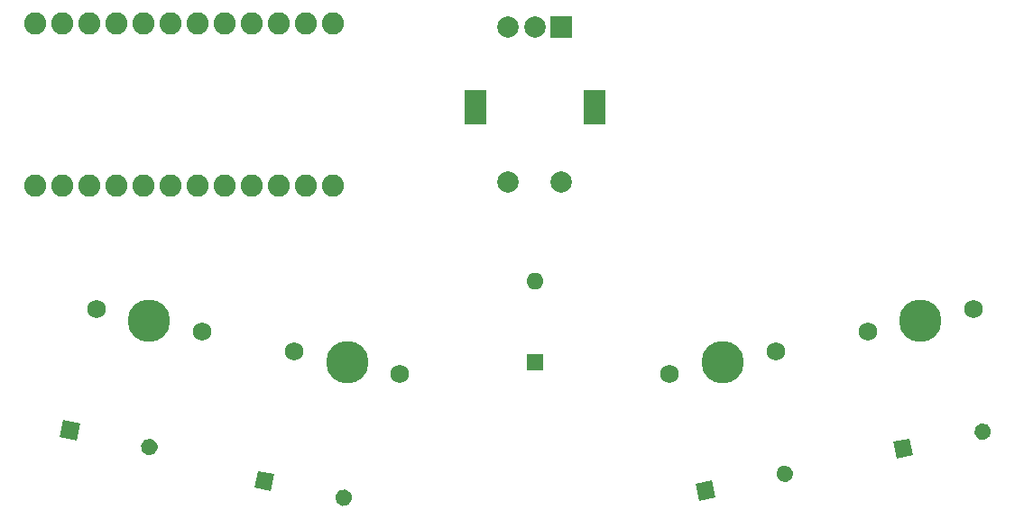
<source format=gts>
G04 #@! TF.GenerationSoftware,KiCad,Pcbnew,(5.1.9)-1*
G04 #@! TF.CreationDate,2021-01-29T11:50:50-08:00*
G04 #@! TF.ProjectId,foursu-pcb,666f7572-7375-42d7-9063-622e6b696361,rev?*
G04 #@! TF.SameCoordinates,Original*
G04 #@! TF.FileFunction,Soldermask,Top*
G04 #@! TF.FilePolarity,Negative*
%FSLAX46Y46*%
G04 Gerber Fmt 4.6, Leading zero omitted, Abs format (unit mm)*
G04 Created by KiCad (PCBNEW (5.1.9)-1) date 2021-01-29 11:50:50*
%MOMM*%
%LPD*%
G01*
G04 APERTURE LIST*
%ADD10R,2.000000X2.000000*%
%ADD11C,2.000000*%
%ADD12R,2.000000X3.200000*%
%ADD13C,1.750000*%
%ADD14C,3.987800*%
%ADD15O,1.600000X1.600000*%
%ADD16R,1.600000X1.600000*%
%ADD17C,0.100000*%
%ADD18C,2.082800*%
G04 APERTURE END LIST*
D10*
G04 #@! TO.C,SW1*
X94130000Y-130300000D03*
D11*
X91630000Y-130300000D03*
X89130000Y-130300000D03*
D12*
X97230000Y-137800000D03*
X86030000Y-137800000D03*
D11*
X94130000Y-144800000D03*
X89130000Y-144800000D03*
G04 #@! TD*
D13*
G04 #@! TO.C,MX4*
X132808990Y-156783809D03*
X122871010Y-158896191D03*
D14*
X127840000Y-157840000D03*
G04 #@! TD*
D13*
G04 #@! TO.C,MX3*
X114228990Y-160733809D03*
X104291010Y-162846191D03*
D14*
X109260000Y-161790000D03*
G04 #@! TD*
D13*
G04 #@! TO.C,MX2*
X78988990Y-162816191D03*
X69051010Y-160703809D03*
D14*
X74020000Y-161760000D03*
G04 #@! TD*
D13*
G04 #@! TO.C,MX1*
X60418990Y-158886191D03*
X50481010Y-156773809D03*
D14*
X55450000Y-157830000D03*
G04 #@! TD*
D15*
G04 #@! TO.C,D5*
X91643750Y-154173750D03*
D16*
X91643750Y-161793750D03*
G04 #@! TD*
G04 #@! TO.C,D4*
G36*
G01*
X132877217Y-168444542D02*
X132877217Y-168444542D01*
G75*
G02*
X133493406Y-167495695I782518J166329D01*
G01*
X133493406Y-167495695D01*
G75*
G02*
X134442253Y-168111884I166329J-782518D01*
G01*
X134442253Y-168111884D01*
G75*
G02*
X133826064Y-169060731I-782518J-166329D01*
G01*
X133826064Y-169060731D01*
G75*
G02*
X132877217Y-168444542I-166329J782518D01*
G01*
G37*
D17*
G36*
X125590061Y-170811347D02*
G01*
X125257403Y-169246311D01*
X126822439Y-168913653D01*
X127155097Y-170478689D01*
X125590061Y-170811347D01*
G37*
G04 #@! TD*
G04 #@! TO.C,D3*
G36*
G01*
X114311232Y-172410079D02*
X114311232Y-172410079D01*
G75*
G02*
X114927421Y-171461232I782518J166329D01*
G01*
X114927421Y-171461232D01*
G75*
G02*
X115876268Y-172077421I166329J-782518D01*
G01*
X115876268Y-172077421D01*
G75*
G02*
X115260079Y-173026268I-782518J-166329D01*
G01*
X115260079Y-173026268D01*
G75*
G02*
X114311232Y-172410079I-166329J782518D01*
G01*
G37*
G36*
X107024076Y-174776884D02*
G01*
X106691418Y-173211848D01*
X108256454Y-172879190D01*
X108589112Y-174444226D01*
X107024076Y-174776884D01*
G37*
G04 #@! TD*
G04 #@! TO.C,D2*
G36*
G01*
X72914717Y-174324208D02*
X72914717Y-174324208D01*
G75*
G02*
X73863564Y-173708019I782518J-166329D01*
G01*
X73863564Y-173708019D01*
G75*
G02*
X74479753Y-174656866I-166329J-782518D01*
G01*
X74479753Y-174656866D01*
G75*
G02*
X73530906Y-175273055I-782518J166329D01*
G01*
X73530906Y-175273055D01*
G75*
G02*
X72914717Y-174324208I166329J782518D01*
G01*
G37*
G36*
X65294903Y-173522439D02*
G01*
X65627561Y-171957403D01*
X67192597Y-172290061D01*
X66859939Y-173855097D01*
X65294903Y-173522439D01*
G37*
G04 #@! TD*
G04 #@! TO.C,D1*
G36*
G01*
X54658467Y-169561708D02*
X54658467Y-169561708D01*
G75*
G02*
X55607314Y-168945519I782518J-166329D01*
G01*
X55607314Y-168945519D01*
G75*
G02*
X56223503Y-169894366I-166329J-782518D01*
G01*
X56223503Y-169894366D01*
G75*
G02*
X55274656Y-170510555I-782518J166329D01*
G01*
X55274656Y-170510555D01*
G75*
G02*
X54658467Y-169561708I166329J782518D01*
G01*
G37*
G36*
X47038653Y-168759939D02*
G01*
X47371311Y-167194903D01*
X48936347Y-167527561D01*
X48603689Y-169092597D01*
X47038653Y-168759939D01*
G37*
G04 #@! TD*
D18*
G04 #@! TO.C,B1*
X44770000Y-129880000D03*
X47310000Y-129880000D03*
X49850000Y-129880000D03*
X52390000Y-129880000D03*
X54930000Y-129880000D03*
X57470000Y-129880000D03*
X60010000Y-129880000D03*
X62550000Y-129880000D03*
X65090000Y-129880000D03*
X67630000Y-129880000D03*
X70170000Y-129880000D03*
X72710000Y-129880000D03*
X72710000Y-145120000D03*
X70170000Y-145120000D03*
X67630000Y-145120000D03*
X65090000Y-145120000D03*
X62550000Y-145120000D03*
X60010000Y-145120000D03*
X57470000Y-145120000D03*
X54930000Y-145120000D03*
X52390000Y-145120000D03*
X49850000Y-145120000D03*
X47310000Y-145120000D03*
X44770000Y-145120000D03*
G04 #@! TD*
M02*

</source>
